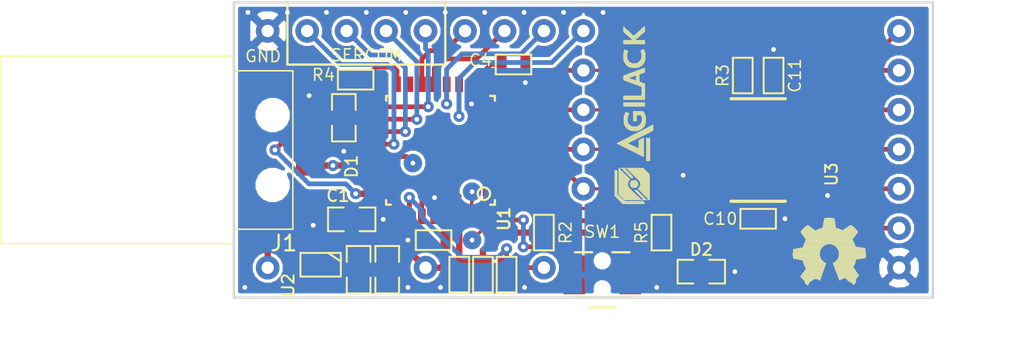
<source format=kicad_pcb>
(kicad_pcb (version 4) (host pcbnew 4.0.2+dfsg1-stable)
  (layers (0 F.Cu signal) (31 B.Cu signal hide) (34 B.Paste user) (35 F.Paste user) (36 B.SilkS user) (37 F.SilkS user) (38 B.Mask user) (39 F.Mask user) (44 Edge.Cuts user))
  (net 0 "")
  (net 1 GND)
  (net 2 "Net-(J1-Pad3)")
  (net 3 "Net-(J1-Pad2)")
  (net 4 "Net-(L1-Pad1)")
  (net 5 "Net-(U2-Pad3)")
  (net 6 "Net-(U1-Pad2)")
  (net 7 "Net-(U1-Pad15)")
  (net 8 "Net-(U1-Pad22)")
  (net 9 "Net-(U1-Pad25)")
  (net 10 +VBus)
  (net 11 +3.3V)
  (net 12 "Net-(C5-Pad1)")
  (net 13 /SWCLK)
  (net 14 /SWDIO)
  (net 15 RESET)
  (net 16 "Net-(P1-Pad1)")
  (net 17 "Net-(P2-Pad1)")
  (net 18 "Net-(P3-Pad1)")
  (net 19 "Net-(P4-Pad1)")
  (net 20 "Net-(P5-Pad1)")
  (net 21 "Net-(P6-Pad1)")
  (net 22 "Net-(P7-Pad1)")
  (net 23 "Net-(P8-Pad1)")
  (net 24 "Net-(EXT_1-Pad1)")
  (net 25 "Net-(EXT_2-Pad1)")
  (net 26 "Net-(EXT_3-Pad1)")
  (net 27 "Net-(EXT_4-Pad1)")
  (net 28 "Net-(EXT_6-Pad1)")
  (net 29 "Net-(U3-Pad12)")
  (net 30 "Net-(U3-Pad13)")
  (net 31 "Net-(U3-Pad14)")
  (net 32 EXT_4)
  (net 33 EXT_3)
  (net 34 EXT_2)
  (net 35 EXT_1)
  (net 36 EXT_5)
  (net 37 "Net-(C11-Pad1)")
  (net 38 BUT)
  (net 39 "Net-(D1-Pad1)")
  (net 40 LED)
  (net 41 "Net-(D2-Pad1)")
  (net 42 LED1)
  (net 43 "Net-(TP7-Pad1)")
  (module cowstick:SMD0805 (layer F.Cu) (at 132.588 88.9635)
    (fp_text reference C1 (at -0.889 -1.524) (layer F.SilkS) (effects (font (size 0.762 0.762) (thickness 0.127))))
    (fp_text value 10uF hide)
    (pad 1 smd rect (at -0.9525 0) (size 0.889 1.397) (layers F.Cu F.Paste F.Mask) (net 10 +VBus))
    (pad 2 smd rect (at 0.9525 0) (size 0.889 1.397) (layers F.Cu F.Paste F.Mask) (net 1 GND))
  )
  (module cowstick:SMD0805 (layer F.Cu) (at 134.874 92.202 270)
    (fp_text reference C2 hide)
    (fp_text value 10uF hide)
    (pad 1 smd rect (at -0.9525 0 270) (size 0.889 1.397) (layers F.Cu F.Paste F.Mask) (net 11 +3.3V))
    (pad 2 smd rect (at 0.9525 0 270) (size 0.889 1.397) (layers F.Cu F.Paste F.Mask) (net 1 GND))
  )
  (module cowstick:SMD0805 (layer F.Cu) (at 133.0325 92.202 90)
    (fp_text reference L1 hide)
    (fp_text value 2,2uH hide)
    (pad 1 smd rect (at -0.9525 0 90) (size 0.889 1.397) (layers F.Cu F.Paste F.Mask) (net 4 "Net-(L1-Pad1)"))
    (pad 2 smd rect (at 0.9525 0 90) (size 0.889 1.397) (layers F.Cu F.Paste F.Mask) (net 11 +3.3V))
  )
  (module cowstick:SOT23-5 (layer F.Cu) (at 130.556 91.8845 180)
    (fp_text reference U2 (at 2.0574 -1.3081 270) (layer F.SilkS) (effects (font (size 0.762 0.762) (thickness 0.127))))
    (fp_text value LM3671 hide)
    (pad 5 smd rect (at -0.9525 -1.27 180) (size 0.70104 1.00076) (layers F.Cu F.Paste F.Mask) (net 4 "Net-(L1-Pad1)"))
    (pad 4 smd rect (at 0.9525 -1.27 180) (size 0.70104 1.00076) (layers F.Cu F.Paste F.Mask) (net 11 +3.3V))
    (pad 3 smd rect (at 0.9525 1.27 180) (size 0.70104 1.00076) (layers F.Cu F.Paste F.Mask) (net 5 "Net-(U2-Pad3)"))
    (pad 2 smd rect (at 0 1.27 180) (size 0.70104 1.00076) (layers F.Cu F.Paste F.Mask) (net 1 GND))
    (pad 1 smd rect (at -0.9525 1.27 180) (size 0.70104 1.00076) (layers F.Cu F.Paste F.Mask) (net 10 +VBus))
  )
  (module cowstick:TQFP32 (layer F.Cu) (at 138.303 84.5185 180)
    (fp_text reference U1 (at -4.0894 -4.4196 270) (layer F.SilkS) (effects (font (size 0.762 0.762))))
    (fp_text value ATSAMD21ExxA-Axx hide)
    (pad 1 smd rect (at -4.25 -2.8 270) (size 0.5 1) (layers F.Cu F.Paste F.Mask) (net 42 LED1))
    (pad 2 smd rect (at -4.25 -2 270) (size 0.5 1) (layers F.Cu F.Paste F.Mask) (net 6 "Net-(U1-Pad2)"))
    (pad 3 smd rect (at -4.25 -1.2 270) (size 0.5 1) (layers F.Cu F.Paste F.Mask) (net 38 BUT))
    (pad 4 smd rect (at -4.25 -0.4 270) (size 0.5 1) (layers F.Cu F.Paste F.Mask) (net 36 EXT_5))
    (pad 5 smd rect (at -4.25 0.4 270) (size 0.5 1) (layers F.Cu F.Paste F.Mask) (net 32 EXT_4))
    (pad 6 smd rect (at -4.25 1.2 270) (size 0.5 1) (layers F.Cu F.Paste F.Mask) (net 33 EXT_3))
    (pad 7 smd rect (at -4.25 2 270) (size 0.5 1) (layers F.Cu F.Paste F.Mask) (net 34 EXT_2))
    (pad 8 smd rect (at -4.25 2.8 270) (size 0.5 1) (layers F.Cu F.Paste F.Mask) (net 35 EXT_1))
    (pad 9 smd rect (at -2.8 4.25 180) (size 0.5 1) (layers F.Cu F.Paste F.Mask) (net 11 +3.3V))
    (pad 10 smd rect (at -2 4.25 180) (size 0.5 1) (layers F.Cu F.Paste F.Mask) (net 1 GND))
    (pad 11 smd rect (at -1.2 4.25 180) (size 0.5 1) (layers F.Cu F.Paste F.Mask) (net 23 "Net-(P8-Pad1)"))
    (pad 12 smd rect (at -0.4 4.25 180) (size 0.5 1) (layers F.Cu F.Paste F.Mask) (net 22 "Net-(P7-Pad1)"))
    (pad 13 smd rect (at 0.4 4.25 180) (size 0.5 1) (layers F.Cu F.Paste F.Mask) (net 21 "Net-(P6-Pad1)"))
    (pad 14 smd rect (at 1.2 4.25 180) (size 0.5 1) (layers F.Cu F.Paste F.Mask) (net 20 "Net-(P5-Pad1)"))
    (pad 15 smd rect (at 2 4.25 180) (size 0.5 1) (layers F.Cu F.Paste F.Mask) (net 7 "Net-(U1-Pad15)"))
    (pad 16 smd rect (at 2.8 4.25 180) (size 0.5 1) (layers F.Cu F.Paste F.Mask) (net 40 LED))
    (pad 17 smd rect (at 4.25 2.8 90) (size 0.5 1) (layers F.Cu F.Paste F.Mask) (net 19 "Net-(P4-Pad1)"))
    (pad 18 smd rect (at 4.25 2 90) (size 0.5 1) (layers F.Cu F.Paste F.Mask) (net 18 "Net-(P3-Pad1)"))
    (pad 19 smd rect (at 4.25 1.2 90) (size 0.5 1) (layers F.Cu F.Paste F.Mask) (net 17 "Net-(P2-Pad1)"))
    (pad 20 smd rect (at 4.25 0.4 90) (size 0.5 1) (layers F.Cu F.Paste F.Mask) (net 16 "Net-(P1-Pad1)"))
    (pad 21 smd rect (at 4.25 -0.4 90) (size 0.5 1) (layers F.Cu F.Paste F.Mask) (net 43 "Net-(TP7-Pad1)"))
    (pad 22 smd rect (at 4.25 -1.2 90) (size 0.5 1) (layers F.Cu F.Paste F.Mask) (net 8 "Net-(U1-Pad22)"))
    (pad 23 smd rect (at 4.25 -2 90) (size 0.5 1) (layers F.Cu F.Paste F.Mask) (net 3 "Net-(J1-Pad2)"))
    (pad 24 smd rect (at 4.25 -2.8 90) (size 0.5 1) (layers F.Cu F.Paste F.Mask) (net 2 "Net-(J1-Pad3)"))
    (pad 25 smd rect (at 2.8 -4.25) (size 0.5 1) (layers F.Cu F.Paste F.Mask) (net 9 "Net-(U1-Pad25)"))
    (pad 26 smd rect (at 2 -4.25) (size 0.5 1) (layers F.Cu F.Paste F.Mask) (net 15 RESET))
    (pad 27 smd rect (at 1.2 -4.25) (size 0.5 1) (layers F.Cu F.Paste F.Mask) (net 11 +3.3V))
    (pad 28 smd rect (at 0.4 -4.25) (size 0.5 1) (layers F.Cu F.Paste F.Mask) (net 1 GND))
    (pad 29 smd rect (at -0.4 -4.25) (size 0.5 1) (layers F.Cu F.Paste F.Mask) (net 12 "Net-(C5-Pad1)"))
    (pad 30 smd rect (at -1.2 -4.25) (size 0.5 1) (layers F.Cu F.Paste F.Mask) (net 11 +3.3V))
    (pad 31 smd rect (at -2 -4.25) (size 0.5 1) (layers F.Cu F.Paste F.Mask) (net 13 /SWCLK))
    (pad 32 smd rect (at -2.8 -4.25) (size 0.5 1) (layers F.Cu F.Paste F.Mask) (net 14 /SWDIO))
  )
  (module cowstick:SMD0603 (layer F.Cu) (at 137.8585 90.297 180)
    (fp_text reference C5 hide)
    (fp_text value 1uF hide)
    (pad 1 smd rect (at -0.762 0 180) (size 0.635 1.143) (layers F.Cu F.Paste F.Mask) (net 12 "Net-(C5-Pad1)"))
    (pad 2 smd rect (at 0.762 0 180) (size 0.635 1.143) (layers F.Cu F.Paste F.Mask) (net 1 GND))
  )
  (module cowstick:TP_SMD (layer B.Cu) (at 140.335 87.1855)
    (fp_text reference TP4 hide)
    (fp_text value CONN_1 hide)
    (pad 1 smd circle (at 0 0) (size 1.19888 1.19888) (layers B.Cu B.Paste B.Mask) (net 13 /SWCLK))
  )
  (module cowstick:TP_SMD (layer B.Cu) (at 140.335 90.297)
    (fp_text reference TP5 hide)
    (fp_text value CONN_1 hide)
    (pad 1 smd circle (at 0 0) (size 1.19888 1.19888) (layers B.Cu B.Paste B.Mask) (net 14 /SWDIO))
  )
  (module cowstick:TP (layer F.Cu) (at 137.34 92.075)
    (fp_text reference TP3 hide)
    (fp_text value CONN_1 hide)
    (pad 1 thru_hole circle (at 0 0) (size 1.524 1.524) (drill 0.8) (layers *.Cu *.Mask) (net 11 +3.3V))
  )
  (module cowstick:SMD0603 (layer F.Cu) (at 139.5095 92.5195 270)
    (fp_text reference C3 hide)
    (fp_text value 100nF hide)
    (pad 1 smd rect (at -0.762 0 270) (size 0.635 1.143) (layers F.Cu F.Paste F.Mask) (net 11 +3.3V))
    (pad 2 smd rect (at 0.762 0 270) (size 0.635 1.143) (layers F.Cu F.Paste F.Mask) (net 1 GND))
  )
  (module cowstick:SMD0603 (layer F.Cu) (at 142.5575 92.5195 270)
    (fp_text reference C6 hide)
    (fp_text value 1uF hide)
    (pad 1 smd rect (at -0.762 0 270) (size 0.635 1.143) (layers F.Cu F.Paste F.Mask) (net 15 RESET))
    (pad 2 smd rect (at 0.762 0 270) (size 0.635 1.143) (layers F.Cu F.Paste F.Mask) (net 1 GND))
  )
  (module cowstick:SMD0603 (layer F.Cu) (at 141.0335 92.5195 270)
    (fp_text reference R1 hide)
    (fp_text value 10k hide)
    (pad 1 smd rect (at -0.762 0 270) (size 0.635 1.143) (layers F.Cu F.Paste F.Mask) (net 11 +3.3V))
    (pad 2 smd rect (at 0.762 0 270) (size 0.635 1.143) (layers F.Cu F.Paste F.Mask) (net 15 RESET))
  )
  (module cowstick:TP (layer F.Cu) (at 127.18 92.075)
    (fp_text reference TP2 hide)
    (fp_text value CONN_1 hide)
    (pad 1 thru_hole circle (at 0 0) (size 1.524 1.524) (drill 0.8) (layers *.Cu *.Mask) (net 10 +VBus))
  )
  (module cowstick:TP (layer F.Cu) (at 127.18 76.835)
    (fp_text reference TP1 hide)
    (fp_text value CONN_1 hide)
    (pad 1 thru_hole circle (at 0 0) (size 1.524 1.524) (drill 0.8) (layers *.Cu *.Mask) (net 1 GND))
  )
  (module cowstick:TP (layer F.Cu) (at 144.96 92.075)
    (fp_text reference TP6 hide)
    (fp_text value CONN_1 hide)
    (pad 1 thru_hole circle (at 0 0) (size 1.524 1.524) (drill 0.8) (layers *.Cu *.Mask) (net 15 RESET))
  )
  (module cowstick:TP (layer F.Cu) (at 132.26 76.835)
    (fp_text reference P2 hide)
    (fp_text value CONN_1 hide)
    (pad 1 thru_hole circle (at 0 0) (size 1.524 1.524) (drill 0.8) (layers *.Cu *.Mask) (net 17 "Net-(P2-Pad1)"))
  )
  (module cowstick:TP (layer F.Cu) (at 129.72 76.835)
    (fp_text reference P1 hide)
    (fp_text value CONN_1 hide)
    (pad 1 thru_hole circle (at 0 0) (size 1.524 1.524) (drill 0.8) (layers *.Cu *.Mask) (net 16 "Net-(P1-Pad1)"))
  )
  (module cowstick:TP (layer F.Cu) (at 134.8 76.835)
    (fp_text reference P3 hide)
    (fp_text value CONN_1 hide)
    (pad 1 thru_hole circle (at 0 0) (size 1.524 1.524) (drill 0.8) (layers *.Cu *.Mask) (net 18 "Net-(P3-Pad1)"))
  )
  (module cowstick:TP (layer F.Cu) (at 137.34 76.835)
    (fp_text reference P4 hide)
    (fp_text value CONN_1 hide)
    (pad 1 thru_hole circle (at 0 0) (size 1.524 1.524) (drill 0.8) (layers *.Cu *.Mask) (net 19 "Net-(P4-Pad1)"))
  )
  (module cowstick:TP (layer F.Cu) (at 144.96 76.835)
    (fp_text reference P7 hide)
    (fp_text value CONN_1 hide)
    (pad 1 thru_hole circle (at 0 0) (size 1.524 1.524) (drill 0.8) (layers *.Cu *.Mask) (net 22 "Net-(P7-Pad1)"))
  )
  (module cowstick:TP (layer F.Cu) (at 147.5 76.835)
    (fp_text reference P8 hide)
    (fp_text value CONN_1 hide)
    (pad 1 thru_hole circle (at 0 0) (size 1.524 1.524) (drill 0.8) (layers *.Cu *.Mask) (net 23 "Net-(P8-Pad1)"))
  )
  (module cowstick:TP (layer F.Cu) (at 142.42 76.835)
    (fp_text reference P6 hide)
    (fp_text value CONN_1 hide)
    (pad 1 thru_hole circle (at 0 0) (size 1.524 1.524) (drill 0.8) (layers *.Cu *.Mask) (net 21 "Net-(P6-Pad1)"))
  )
  (module cowstick:TP (layer F.Cu) (at 139.88 76.835)
    (fp_text reference P5 hide)
    (fp_text value CONN_1 hide)
    (pad 1 thru_hole circle (at 0 0) (size 1.524 1.524) (drill 0.8) (layers *.Cu *.Mask) (net 20 "Net-(P5-Pad1)"))
  )
  (module cowstick:TP (layer F.Cu) (at 147.5 79.375)
    (fp_text reference P9 hide)
    (fp_text value CONN_1 hide)
    (pad 1 thru_hole circle (at 0 0) (size 1.524 1.524) (drill 0.8) (layers *.Cu *.Mask) (net 35 EXT_1))
  )
  (module cowstick:TP (layer F.Cu) (at 147.5 81.915)
    (fp_text reference P10 hide)
    (fp_text value CONN_1 hide)
    (pad 1 thru_hole circle (at 0 0) (size 1.524 1.524) (drill 0.8) (layers *.Cu *.Mask) (net 34 EXT_2))
  )
  (module cowstick:TP (layer F.Cu) (at 147.5 84.455)
    (fp_text reference P11 hide)
    (fp_text value CONN_1 hide)
    (pad 1 thru_hole circle (at 0 0) (size 1.524 1.524) (drill 0.8) (layers *.Cu *.Mask) (net 33 EXT_3))
  )
  (module cowstick:TP (layer F.Cu) (at 147.5 86.995)
    (fp_text reference P12 hide)
    (fp_text value CONN_1 hide)
    (pad 1 thru_hole circle (at 0 0) (size 1.524 1.524) (drill 0.8) (layers *.Cu *.Mask) (net 32 EXT_4))
  )
  (module cowstick:SMD0603 (layer F.Cu) (at 143.002 78.994)
    (fp_text reference C4 (at -2.1209 -0.2667) (layer F.SilkS) (effects (font (size 0.762 0.762) (thickness 0.1016))))
    (fp_text value 100nF hide)
    (pad 1 smd rect (at -0.762 0) (size 0.635 1.143) (layers F.Cu F.Paste F.Mask) (net 11 +3.3V))
    (pad 2 smd rect (at 0.762 0) (size 0.635 1.143) (layers F.Cu F.Paste F.Mask) (net 1 GND))
  )
  (module cowstick:TP (layer F.Cu) (at 167.82 76.835)
    (fp_text reference EXT_PWR0 hide)
    (fp_text value CONN_1 hide)
    (pad 1 thru_hole circle (at 0 0) (size 1.524 1.524) (drill 0.8) (layers *.Cu *.Mask) (net 37 "Net-(C11-Pad1)"))
  )
  (module cowstick:TP (layer F.Cu) (at 167.82 79.375)
    (fp_text reference EXT_1 hide)
    (fp_text value CONN_1 hide)
    (pad 1 thru_hole circle (at 0 0) (size 1.524 1.524) (drill 0.8) (layers *.Cu *.Mask) (net 24 "Net-(EXT_1-Pad1)"))
  )
  (module cowstick:TP (layer F.Cu) (at 167.82 81.915)
    (fp_text reference EXT_2 hide)
    (fp_text value CONN_1 hide)
    (pad 1 thru_hole circle (at 0 0) (size 1.524 1.524) (drill 0.8) (layers *.Cu *.Mask) (net 25 "Net-(EXT_2-Pad1)"))
  )
  (module cowstick:TP (layer F.Cu) (at 167.82 84.455)
    (fp_text reference EXT_3 hide)
    (fp_text value CONN_1 hide)
    (pad 1 thru_hole circle (at 0 0) (size 1.524 1.524) (drill 0.8) (layers *.Cu *.Mask) (net 26 "Net-(EXT_3-Pad1)"))
  )
  (module cowstick:TP (layer F.Cu) (at 167.82 86.995)
    (fp_text reference EXT_4 hide)
    (fp_text value CONN_1 hide)
    (pad 1 thru_hole circle (at 0 0) (size 1.524 1.524) (drill 0.8) (layers *.Cu *.Mask) (net 27 "Net-(EXT_4-Pad1)"))
  )
  (module cowstick:TP (layer F.Cu) (at 167.82 89.535)
    (fp_text reference EXT_6 hide)
    (fp_text value CONN_1 hide)
    (pad 1 thru_hole circle (at 0 0) (size 1.524 1.524) (drill 0.8) (layers *.Cu *.Mask) (net 28 "Net-(EXT_6-Pad1)"))
  )
  (module cowstick:TSSOP20 (layer F.Cu) (at 158.75 84.5 270)
    (fp_text reference U3 (at 1.5679 -4.72186 450) (layer F.SilkS) (effects (font (size 0.762 0.762) (thickness 0.12446))))
    (fp_text value TXS0108E-PW hide)
    (pad 2 smd rect (at -2.275 2.96926 270) (size 0.3048 1.78054) (layers F.Cu F.Paste F.Mask) (net 11 +3.3V))
    (pad 3 smd rect (at -1.625 2.96926 270) (size 0.3048 1.78054) (layers F.Cu F.Paste F.Mask) (net 34 EXT_2))
    (pad 4 smd rect (at -0.975 2.96926 270) (size 0.3048 1.78054) (layers F.Cu F.Paste F.Mask) (net 33 EXT_3))
    (pad 5 smd rect (at -0.325 2.96926 270) (size 0.3048 1.78054) (layers F.Cu F.Paste F.Mask) (net 32 EXT_4))
    (pad 6 smd rect (at 0.325 2.96926 270) (size 0.3048 1.78054) (layers F.Cu F.Paste F.Mask) (net 36 EXT_5))
    (pad 7 smd rect (at 0.975 2.96926 270) (size 0.3048 1.78054) (layers F.Cu F.Paste F.Mask) (net 1 GND))
    (pad 8 smd rect (at 1.625 2.96926 270) (size 0.3048 1.78054) (layers F.Cu F.Paste F.Mask) (net 1 GND))
    (pad 9 smd rect (at 2.275 2.96926 270) (size 0.3048 1.78054) (layers F.Cu F.Paste F.Mask) (net 1 GND))
    (pad 12 smd rect (at 2.275 -2.96926 270) (size 0.29972 1.78054) (layers F.Cu F.Paste F.Mask) (net 29 "Net-(U3-Pad12)"))
    (pad 13 smd rect (at 1.625 -2.96926 270) (size 0.29972 1.78054) (layers F.Cu F.Paste F.Mask) (net 30 "Net-(U3-Pad13)"))
    (pad 14 smd rect (at 0.975 -2.96926 270) (size 0.29972 1.78054) (layers F.Cu F.Paste F.Mask) (net 31 "Net-(U3-Pad14)"))
    (pad 15 smd rect (at 0.325 -2.96926 270) (size 0.29972 1.78054) (layers F.Cu F.Paste F.Mask) (net 28 "Net-(EXT_6-Pad1)"))
    (pad 16 smd rect (at -0.325 -2.96926 270) (size 0.29972 1.78054) (layers F.Cu F.Paste F.Mask) (net 27 "Net-(EXT_4-Pad1)"))
    (pad 17 smd rect (at -0.975 -2.96926 270) (size 0.29972 1.78054) (layers F.Cu F.Paste F.Mask) (net 26 "Net-(EXT_3-Pad1)"))
    (pad 18 smd rect (at -1.625 -2.96926 270) (size 0.29972 1.78054) (layers F.Cu F.Paste F.Mask) (net 25 "Net-(EXT_2-Pad1)"))
    (pad 19 smd rect (at -2.275 -2.96926 270) (size 0.29972 1.78054) (layers F.Cu F.Paste F.Mask) (net 37 "Net-(C11-Pad1)"))
    (pad 1 smd rect (at -2.925 2.9718 270) (size 0.3048 1.78054) (layers F.Cu F.Paste F.Mask) (net 35 EXT_1))
    (pad 10 smd rect (at 2.925 2.9718 270) (size 0.3048 1.78054) (layers F.Cu F.Paste F.Mask) (net 11 +3.3V))
    (pad 11 smd rect (at 2.925 -2.96926 270) (size 0.3048 1.78054) (layers F.Cu F.Paste F.Mask) (net 1 GND))
    (pad 20 smd rect (at -2.925 -2.96926 270) (size 0.29972 1.78054) (layers F.Cu F.Paste F.Mask) (net 24 "Net-(EXT_1-Pad1)"))
  )
  (module cowstick:TP (layer F.Cu) (at 167.82 92.075)
    (fp_text reference EXT_7 hide)
    (fp_text value CONN_1 hide)
    (pad 1 thru_hole circle (at 0 0) (size 1.524 1.524) (drill 0.8) (layers *.Cu *.Mask) (net 1 GND))
  )
  (module cowstick:SMD0603 (layer F.Cu) (at 157.7594 79.7052 90)
    (fp_text reference R3 (at 0 -1.2954 90) (layer F.SilkS) (effects (font (size 0.762 0.762) (thickness 0.1016))))
    (fp_text value 0 hide)
    (pad 1 smd rect (at -0.762 0 90) (size 0.635 1.143) (layers F.Cu F.Paste F.Mask) (net 11 +3.3V))
    (pad 2 smd rect (at 0.762 0 90) (size 0.635 1.143) (layers F.Cu F.Paste F.Mask) (net 37 "Net-(C11-Pad1)"))
  )
  (module cowstick:SMD0603 (layer F.Cu) (at 158.75 88.9254)
    (fp_text reference C10 (at -2.4384 0) (layer F.SilkS) (effects (font (size 0.762 0.762) (thickness 0.1016))))
    (fp_text value 100nF hide)
    (pad 1 smd rect (at -0.762 0) (size 0.635 1.143) (layers F.Cu F.Paste F.Mask) (net 11 +3.3V))
    (pad 2 smd rect (at 0.762 0) (size 0.635 1.143) (layers F.Cu F.Paste F.Mask) (net 1 GND))
  )
  (module cowstick:SMD0603 (layer F.Cu) (at 159.7406 79.7052 90)
    (fp_text reference C11 (at 0 1.3716 90) (layer F.SilkS) (effects (font (size 0.762 0.762) (thickness 0.1016))))
    (fp_text value C hide)
    (pad 1 smd rect (at -0.762 0 90) (size 0.635 1.143) (layers F.Cu F.Paste F.Mask) (net 37 "Net-(C11-Pad1)"))
    (pad 2 smd rect (at 0.762 0 90) (size 0.635 1.143) (layers F.Cu F.Paste F.Mask) (net 1 GND))
  )
  (module cowstick:SMD0603 (layer F.Cu) (at 144.9578 89.8144 270)
    (fp_text reference R2 (at 0 -1.397 270) (layer F.SilkS) (effects (font (size 0.762 0.762) (thickness 0.1016))))
    (fp_text value 10k hide)
    (pad 1 smd rect (at -0.762 0 270) (size 0.635 1.143) (layers F.Cu F.Paste F.Mask) (net 11 +3.3V))
    (pad 2 smd rect (at 0.762 0 270) (size 0.635 1.143) (layers F.Cu F.Paste F.Mask) (net 38 BUT))
  )
  (module cowstick:SMD0805 (layer F.Cu) (at 155.0924 92.329)
    (fp_text reference D2 (at 0 -1.4224) (layer F.SilkS) (effects (font (size 0.762 0.762) (thickness 0.127))))
    (fp_text value LED hide)
    (pad 1 smd rect (at -0.9525 0) (size 0.889 1.397) (layers F.Cu F.Paste F.Mask) (net 41 "Net-(D2-Pad1)"))
    (pad 2 smd rect (at 0.9525 0) (size 0.889 1.397) (layers F.Cu F.Paste F.Mask) (net 1 GND))
  )
  (module cowstick:SMD0603 (layer F.Cu) (at 152.527 89.8144 90)
    (fp_text reference R5 (at 0 -1.2954 90) (layer F.SilkS) (effects (font (size 0.762 0.762) (thickness 0.1016))))
    (fp_text value 1k hide)
    (pad 1 smd rect (at -0.762 0 90) (size 0.635 1.143) (layers F.Cu F.Paste F.Mask) (net 41 "Net-(D2-Pad1)"))
    (pad 2 smd rect (at 0.762 0 90) (size 0.635 1.143) (layers F.Cu F.Paste F.Mask) (net 42 LED1))
  )
  (module cowstick-logos:ohw-logo (layer F.Cu) (at 159.50946 87.95512)
    (fp_text reference ohw_logo hide)
    (fp_text value VAL** hide)
  )
  (module cowstick-logos:agilack-11.5 (layer F.Cu) (at 150.7998 81.8388 90)
    (fp_text reference agilack-11.5 hide)
    (fp_text value 450px hide)
  )
  (module cowstick:CONN_MC32604 (layer F.Cu) (at 127.5 84.5)
    (fp_text reference J1 (at 0.7192 6.0002) (layer F.SilkS))
    (fp_text value CONN_USB-A)
    (pad "" np_thru_hole circle (at 0 -2.25) (size 1.8 1.8) (drill 1.8) (layers *.Cu *.Mask))
    (pad "" np_thru_hole circle (at 0 2.25) (size 1.8 1.8) (drill 1.8) (layers *.Cu *.Mask))
    (pad 4 smd rect (at 2.35 -3.5) (size 1.7 1.3) (layers F.Cu F.Paste F.Mask) (net 1 GND))
    (pad 3 smd rect (at 2.35 -1) (size 1.7 1.3) (layers F.Cu F.Paste F.Mask) (net 2 "Net-(J1-Pad3)"))
    (pad 2 smd rect (at 2.35 1) (size 1.7 1.3) (layers F.Cu F.Paste F.Mask) (net 3 "Net-(J1-Pad2)"))
    (pad 1 smd rect (at 2.35 3.5) (size 1.7 1.3) (layers F.Cu F.Paste F.Mask) (net 10 +VBus))
  )
  (module cowstick:SMD0805 (layer F.Cu) (at 132.08 82.423 270)
    (fp_text reference D1 (at 3.1369 -0.4953 270) (layer F.SilkS) (effects (font (size 0.762 0.762) (thickness 0.127))))
    (fp_text value LED hide)
    (pad 1 smd rect (at -0.9525 0 270) (size 0.889 1.397) (layers F.Cu F.Paste F.Mask) (net 39 "Net-(D1-Pad1)"))
    (pad 2 smd rect (at 0.9525 0 270) (size 0.889 1.397) (layers F.Cu F.Paste F.Mask) (net 1 GND))
  )
  (module cowstick:SMD0603 (layer F.Cu) (at 132.842 79.9719)
    (fp_text reference R4 (at -2.0701 -0.3048) (layer F.SilkS) (effects (font (size 0.762 0.762) (thickness 0.1016))))
    (fp_text value 1k hide)
    (pad 1 smd rect (at -0.762 0) (size 0.635 1.143) (layers F.Cu F.Paste F.Mask) (net 39 "Net-(D1-Pad1)"))
    (pad 2 smd rect (at 0.762 0) (size 0.635 1.143) (layers F.Cu F.Paste F.Mask) (net 40 LED))
  )
  (module cowstick:TP_SMD (layer B.Cu) (at 136.525 85.344)
    (fp_text reference TP7 hide)
    (fp_text value CONN_1 hide)
    (pad 1 smd circle (at 0 0) (size 1.19888 1.19888) (layers B.Cu B.Paste B.Mask) (net 43 "Net-(TP7-Pad1)"))
  )
  (module cowstick:SW_PTS840 (layer F.Cu) (at 148.717 92.5322)
    (fp_text reference SW1 (at 0 -2.7686) (layer F.SilkS) (effects (font (size 0.762 0.762) (thickness 0.1016))))
    (fp_text value SW_PUSH hide)
    (pad 1 smd rect (at -1.8 -0.725) (size 1.4 1.05) (layers F.Cu F.Paste F.Mask) (net 38 BUT))
    (pad 1 smd rect (at 1.8 -0.725) (size 1.4 1.05) (layers F.Cu F.Paste F.Mask) (net 38 BUT))
    (pad 2 smd rect (at -1.8 0.725) (size 1.4 1.05) (layers F.Cu F.Paste F.Mask) (net 1 GND))
    (pad 2 smd rect (at 1.8 0.725) (size 1.4 1.05) (layers F.Cu F.Paste F.Mask) (net 1 GND))
    (pad SHLD smd rect (at 0 -1.7) (size 1.1 0.45) (layers F.Cu F.Paste F.Mask))
    (pad "" np_thru_hole circle (at 0 0.9) (size 0.7 0.7) (drill 0.7) (layers *.Cu *.Mask))
    (pad "" np_thru_hole circle (at 0 -0.9) (size 0.7 0.7) (drill 0.7) (layers *.Cu *.Mask))
  )
  (gr_text "Agilack 2017 CC-by-SA" (at 156.5148 75.7936) (layer F.Cu) (effects (font (size 0.762 0.762) (thickness 0.1016))))
  (gr_text "Cowstick r 0.1" (at 156.5148 77.0128) (layer F.Cu) (effects (font (size 0.762 0.762) (thickness 0.1016))))
  (gr_text VREF (at 164.8714 77.3684) (layer F.Cu) (effects (font (size 1 1) (thickness 0.25))))
  (gr_text GND (at 126.8857 78.4606) (layer F.SilkS) (effects (font (size 0.762 0.762) (thickness 0.1016))))
  (gr_line (start 128.45 79) (end 138.61 79) (angle 90) (layer F.SilkS) (width 0.1524))
  (gr_text SERCOM (at 133.53 78.4) (layer F.SilkS) (effects (font (size 0.762 0.762) (thickness 0.1016))))
  (gr_line (start 138.61 75) (end 138.61 79) (angle 90) (layer F.SilkS) (width 0.1524))
  (gr_line (start 128.45 75) (end 128.45 79) (angle 90) (layer F.SilkS) (width 0.1524))
  (gr_line (start 125 94) (end 125 75) (angle 90) (layer Edge.Cuts) (width 0.15))
  (gr_line (start 170 94) (end 125 94) (angle 90) (layer Edge.Cuts) (width 0.15))
  (gr_line (start 170 75) (end 170 94) (angle 90) (layer Edge.Cuts) (width 0.15))
  (gr_line (start 125 75) (end 170 75) (angle 90) (layer Edge.Cuts) (width 0.15))
  (segment (start 143.7132 93.345) (end 146.8292 93.345) (width 0.4064) (layer F.Cu) (net 1))
  (segment (start 146.8292 93.345) (end 146.917 93.2572) (width 0.4064) (layer F.Cu) (net 1))
  (segment (start 149.3774 92.7608) (end 148.1582 92.7608) (width 0.2032) (layer F.Cu) (net 1))
  (segment (start 149.3774 92.7608) (end 149.4536 92.837) (width 0.2032) (layer F.Cu) (net 1))
  (segment (start 150.0968 92.837) (end 149.4536 92.837) (width 0.2032) (layer F.Cu) (net 1))
  (segment (start 148.082 92.837) (end 147.3372 92.837) (width 0.2032) (layer F.Cu) (net 1))
  (segment (start 148.1582 92.7608) (end 148.082 92.837) (width 0.2032) (layer F.Cu) (net 1))
  (segment (start 147.3372 92.837) (end 146.917 93.2572) (width 0.2032) (layer F.Cu) (net 1))
  (segment (start 150.0968 92.837) (end 150.517 93.2572) (width 0.2032) (layer F.Cu) (net 1))
  (segment (start 152.2222 93.345) (end 151.0284 93.345) (width 0.4064) (layer B.Cu) (net 1))
  (segment (start 145.9103 93.345) (end 143.7132 93.345) (width 0.4064) (layer B.Cu) (net 1))
  (segment (start 146.7231 92.5322) (end 145.9103 93.345) (width 0.4064) (layer B.Cu) (net 1))
  (segment (start 150.2156 92.5322) (end 146.7231 92.5322) (width 0.4064) (layer B.Cu) (net 1))
  (segment (start 151.0284 93.345) (end 150.2156 92.5322) (width 0.4064) (layer B.Cu) (net 1))
  (segment (start 125.9078 75.6412) (end 125.9078 78.4098) (width 0.3048) (layer B.Cu) (net 1))
  (segment (start 126.3904 75.6412) (end 126.5555 75.4761) (width 0.2032) (layer B.Cu) (net 1))
  (segment (start 126.5555 75.4761) (end 127.8001 75.4761) (width 0.2032) (layer B.Cu) (net 1))
  (segment (start 127.9652 75.6412) (end 127.8001 75.4761) (width 0.2032) (layer B.Cu) (net 1))
  (segment (start 128.4478 75.6412) (end 127.9652 75.6412) (width 0.2032) (layer B.Cu) (net 1))
  (via (at 128.4478 75.6412) (size 0.7112) (drill 0.3048) (layers F.Cu B.Cu) (net 1))
  (via (at 125.9078 75.6412) (size 0.7112) (drill 0.3048) (layers F.Cu B.Cu) (net 1))
  (segment (start 125.9078 75.6412) (end 126.3904 75.6412) (width 0.2032) (layer B.Cu) (net 1))
  (segment (start 125.7046 78.613) (end 125.7046 79.4004) (width 0.3048) (layer B.Cu) (net 1))
  (segment (start 125.9078 78.4098) (end 125.7046 78.613) (width 0.3048) (layer B.Cu) (net 1))
  (segment (start 128.4478 75.6412) (end 128.4478 77.343) (width 0.2032) (layer B.Cu) (net 1))
  (segment (start 129.85 78.7452) (end 129.85 81) (width 0.2032) (layer B.Cu) (net 1))
  (segment (start 128.4478 77.343) (end 129.85 78.7452) (width 0.2032) (layer B.Cu) (net 1))
  (segment (start 128.9304 75.6412) (end 129.0955 75.4761) (width 0.2032) (layer B.Cu) (net 1))
  (segment (start 129.0955 75.4761) (end 130.3147 75.4761) (width 0.2032) (layer B.Cu) (net 1))
  (segment (start 148.2852 75.6412) (end 148.7678 75.6412) (width 0.2032) (layer B.Cu) (net 1))
  (via (at 148.7678 75.6412) (size 0.7112) (drill 0.3048) (layers F.Cu B.Cu) (net 1))
  (segment (start 146.2278 75.6412) (end 146.7104 75.6412) (width 0.2032) (layer B.Cu) (net 1))
  (segment (start 145.7452 75.6412) (end 145.5801 75.4761) (width 0.2032) (layer B.Cu) (net 1))
  (segment (start 145.5801 75.4761) (end 144.3355 75.4761) (width 0.2032) (layer B.Cu) (net 1))
  (segment (start 144.1704 75.6412) (end 144.3355 75.4761) (width 0.2032) (layer B.Cu) (net 1))
  (segment (start 143.6878 75.6412) (end 143.2052 75.6412) (width 0.2032) (layer B.Cu) (net 1))
  (via (at 143.6878 75.6412) (size 0.7112) (drill 0.3048) (layers F.Cu B.Cu) (net 1))
  (segment (start 141.1478 75.6412) (end 141.6304 75.6412) (width 0.2032) (layer B.Cu) (net 1))
  (segment (start 140.6652 75.6412) (end 140.5001 75.4761) (width 0.2032) (layer B.Cu) (net 1))
  (segment (start 140.5001 75.4761) (end 139.2555 75.4761) (width 0.2032) (layer B.Cu) (net 1))
  (segment (start 139.0904 75.6412) (end 139.2555 75.4761) (width 0.2032) (layer B.Cu) (net 1))
  (segment (start 138.6078 75.6412) (end 138.1252 75.6412) (width 0.2032) (layer B.Cu) (net 1))
  (via (at 138.6078 75.6412) (size 0.7112) (drill 0.3048) (layers F.Cu B.Cu) (net 1))
  (segment (start 136.0678 75.6412) (end 136.5504 75.6412) (width 0.2032) (layer B.Cu) (net 1))
  (segment (start 135.5852 75.6412) (end 135.4201 75.4761) (width 0.2032) (layer B.Cu) (net 1))
  (segment (start 135.4201 75.4761) (end 134.1755 75.4761) (width 0.2032) (layer B.Cu) (net 1))
  (segment (start 134.0104 75.6412) (end 134.1755 75.4761) (width 0.2032) (layer B.Cu) (net 1))
  (segment (start 133.5278 75.6412) (end 133.0452 75.6412) (width 0.2032) (layer B.Cu) (net 1))
  (via (at 133.5278 75.6412) (size 0.7112) (drill 0.3048) (layers F.Cu B.Cu) (net 1))
  (segment (start 130.9624 75.6412) (end 131.445 75.6412) (width 0.2032) (layer B.Cu) (net 1))
  (segment (start 130.4798 75.6412) (end 130.3147 75.4761) (width 0.2032) (layer B.Cu) (net 1))
  (via (at 130.9624 75.6412) (size 0.7112) (drill 0.3048) (layers F.Cu B.Cu) (net 1))
  (segment (start 130.9624 75.6412) (end 130.4798 75.6412) (width 0.2032) (layer B.Cu) (net 1))
  (segment (start 131.445 75.6412) (end 131.6101 75.4761) (width 0.2032) (layer B.Cu) (net 1))
  (segment (start 132.8801 75.4761) (end 131.6101 75.4761) (width 0.2032) (layer B.Cu) (net 1))
  (segment (start 133.0452 75.6412) (end 132.8801 75.4761) (width 0.2032) (layer B.Cu) (net 1))
  (segment (start 133.5278 75.6412) (end 134.0104 75.6412) (width 0.2032) (layer B.Cu) (net 1))
  (via (at 136.0678 75.6412) (size 0.7112) (drill 0.3048) (layers F.Cu B.Cu) (net 1))
  (segment (start 136.0678 75.6412) (end 135.5852 75.6412) (width 0.2032) (layer B.Cu) (net 1))
  (segment (start 136.5504 75.6412) (end 136.7155 75.4761) (width 0.2032) (layer B.Cu) (net 1))
  (segment (start 137.9601 75.4761) (end 136.7155 75.4761) (width 0.2032) (layer B.Cu) (net 1))
  (segment (start 138.1252 75.6412) (end 137.9601 75.4761) (width 0.2032) (layer B.Cu) (net 1))
  (segment (start 138.6078 75.6412) (end 139.0904 75.6412) (width 0.2032) (layer B.Cu) (net 1))
  (via (at 141.1478 75.6412) (size 0.7112) (drill 0.3048) (layers F.Cu B.Cu) (net 1))
  (segment (start 141.1478 75.6412) (end 140.6652 75.6412) (width 0.2032) (layer B.Cu) (net 1))
  (segment (start 141.6304 75.6412) (end 141.7955 75.4761) (width 0.2032) (layer B.Cu) (net 1))
  (segment (start 143.0401 75.4761) (end 141.7955 75.4761) (width 0.2032) (layer B.Cu) (net 1))
  (segment (start 143.2052 75.6412) (end 143.0401 75.4761) (width 0.2032) (layer B.Cu) (net 1))
  (segment (start 143.6878 75.6412) (end 144.1704 75.6412) (width 0.2032) (layer B.Cu) (net 1))
  (via (at 146.2278 75.6412) (size 0.7112) (drill 0.3048) (layers F.Cu B.Cu) (net 1))
  (segment (start 146.2278 75.6412) (end 145.7452 75.6412) (width 0.2032) (layer B.Cu) (net 1))
  (segment (start 146.7104 75.6412) (end 146.8755 75.4761) (width 0.2032) (layer B.Cu) (net 1))
  (segment (start 148.1201 75.4761) (end 147.7264 75.4761) (width 0.2032) (layer B.Cu) (net 1))
  (segment (start 147.2692 75.4761) (end 146.8755 75.4761) (width 0.2032) (layer B.Cu) (net 1))
  (segment (start 148.2852 75.6412) (end 148.1201 75.4761) (width 0.2032) (layer B.Cu) (net 1))
  (segment (start 147.2692 75.4761) (end 147.7264 75.4761) (width 0.4064) (layer B.Cu) (net 1))
  (segment (start 128.4478 75.6412) (end 128.9304 75.6412) (width 0.2032) (layer B.Cu) (net 1))
  (segment (start 159.7406 78.0288) (end 151.32304 78.0288) (width 0.3048) (layer B.Cu) (net 1))
  (segment (start 159.7406 78.9432) (end 159.7406 78.0288) (width 0.3048) (layer F.Cu) (net 1))
  (via (at 159.7406 78.0288) (size 0.7112) (drill 0.3048) (layers F.Cu B.Cu) (net 1))
  (segment (start 132.08 84.582) (end 133.1087 84.582) (width 0.3048) (layer B.Cu) (net 1))
  (via (at 132.08 84.582) (size 0.7112) (drill 0.3048) (layers F.Cu B.Cu) (net 1))
  (segment (start 132.08 83.3755) (end 132.08 84.582) (width 0.3048) (layer F.Cu) (net 1))
  (segment (start 133.3373 84.8106) (end 134.0612 84.8106) (width 0.3048) (layer B.Cu) (net 1))
  (segment (start 133.1087 84.582) (end 133.3373 84.8106) (width 0.3048) (layer B.Cu) (net 1))
  (segment (start 125.7046 79.4004) (end 128.2504 79.4004) (width 0.4064) (layer B.Cu) (net 1))
  (segment (start 128.2504 79.4004) (end 129.85 81) (width 0.4064) (layer B.Cu) (net 1))
  (segment (start 130.1115 89.3445) (end 125.7046 89.3445) (width 0.4064) (layer B.Cu) (net 1))
  (segment (start 125.7046 93.345) (end 125.7046 89.3445) (width 0.4064) (layer B.Cu) (net 1))
  (via (at 125.7046 93.345) (size 0.7112) (drill 0.3048) (layers F.Cu B.Cu) (net 1))
  (segment (start 125.7046 89.3445) (end 125.7046 79.4004) (width 0.4064) (layer B.Cu) (net 1))
  (segment (start 140.2969 81.534) (end 140.2969 83.5279) (width 0.4064) (layer B.Cu) (net 1))
  (segment (start 140.2969 83.5279) (end 137.0838 86.741) (width 0.4064) (layer B.Cu) (net 1))
  (segment (start 129.85 81) (end 131.165 81) (width 0.4064) (layer B.Cu) (net 1))
  (segment (start 134.0612 83.8962) (end 134.0612 84.8106) (width 0.4064) (layer B.Cu) (net 1))
  (segment (start 131.165 81) (end 134.0612 83.8962) (width 0.4064) (layer B.Cu) (net 1))
  (segment (start 134.0612 84.8106) (end 134.0612 84.836) (width 0.4064) (layer B.Cu) (net 1))
  (segment (start 134.0612 84.836) (end 135.9662 86.741) (width 0.4064) (layer B.Cu) (net 1))
  (segment (start 153.924 86.1314) (end 153.924 91.6432) (width 0.4064) (layer B.Cu) (net 1))
  (via (at 153.924 86.1314) (size 0.7112) (drill 0.3048) (layers F.Cu B.Cu) (net 1))
  (segment (start 153.924 91.6432) (end 152.2222 93.345) (width 0.4064) (layer B.Cu) (net 1))
  (segment (start 157.2514 92.329) (end 157.2514 93.345) (width 0.4064) (layer B.Cu) (net 1))
  (segment (start 157.2514 92.329) (end 158.0388 92.329) (width 0.4064) (layer B.Cu) (net 1))
  (segment (start 160.4772 88.9254) (end 160.4772 89.8906) (width 0.4064) (layer B.Cu) (net 1))
  (via (at 157.2514 92.329) (size 0.7112) (drill 0.3048) (layers F.Cu B.Cu) (net 1))
  (segment (start 157.2514 92.329) (end 156.0449 92.329) (width 0.3048) (layer F.Cu) (net 1))
  (segment (start 158.0388 92.329) (end 160.4772 89.8906) (width 0.4064) (layer B.Cu) (net 1))
  (segment (start 163.2204 87.4268) (end 163.2204 88.3158) (width 0.2032) (layer B.Cu) (net 1))
  (segment (start 162.8394 87.4268) (end 162.8376 87.425) (width 0.2032) (layer F.Cu) (net 1))
  (segment (start 161.71926 87.425) (end 162.8376 87.425) (width 0.2032) (layer F.Cu) (net 1))
  (via (at 163.2204 87.4268) (size 0.7112) (drill 0.3048) (layers F.Cu B.Cu) (net 1))
  (segment (start 163.2204 87.4268) (end 162.8394 87.4268) (width 0.2032) (layer F.Cu) (net 1))
  (segment (start 162.6108 88.9254) (end 160.4772 88.9254) (width 0.2032) (layer B.Cu) (net 1))
  (segment (start 163.2204 88.3158) (end 162.6108 88.9254) (width 0.2032) (layer B.Cu) (net 1))
  (segment (start 152.2222 93.345) (end 157.2514 93.345) (width 0.4064) (layer B.Cu) (net 1))
  (segment (start 157.2514 93.345) (end 166.55 93.345) (width 0.4064) (layer B.Cu) (net 1))
  (segment (start 166.55 93.345) (end 167.82 92.075) (width 0.4064) (layer B.Cu) (net 1))
  (segment (start 152.2222 93.345) (end 150.6048 93.345) (width 0.4064) (layer F.Cu) (net 1))
  (via (at 152.2222 93.345) (size 0.7112) (drill 0.3048) (layers F.Cu B.Cu) (net 1))
  (segment (start 150.6048 93.345) (end 150.517 93.2572) (width 0.4064) (layer F.Cu) (net 1))
  (segment (start 160.4772 88.9254) (end 159.512 88.9254) (width 0.4064) (layer F.Cu) (net 1))
  (via (at 160.4772 88.9254) (size 0.7112) (drill 0.3048) (layers F.Cu B.Cu) (net 1))
  (segment (start 155.78074 86.775) (end 154.5676 86.775) (width 0.2032) (layer F.Cu) (net 1))
  (segment (start 154.5676 86.775) (end 153.924 86.1314) (width 0.2032) (layer F.Cu) (net 1))
  (segment (start 153.924 86.1314) (end 154.5336 86.1314) (width 0.2032) (layer F.Cu) (net 1))
  (segment (start 154.5804 85.475) (end 153.924 86.1314) (width 0.2032) (layer F.Cu) (net 1))
  (segment (start 155.78074 85.475) (end 154.5804 85.475) (width 0.2032) (layer F.Cu) (net 1))
  (segment (start 154.54 86.125) (end 155.78074 86.125) (width 0.2032) (layer F.Cu) (net 1))
  (segment (start 154.5336 86.1314) (end 154.54 86.125) (width 0.2032) (layer F.Cu) (net 1))
  (segment (start 161.72106 87.4268) (end 161.71926 87.425) (width 0.3048) (layer F.Cu) (net 1))
  (segment (start 167.82 92.075) (end 167.8178 92.075) (width 0.3048) (layer F.Cu) (net 1))
  (segment (start 143.764 80.1624) (end 141.6685 80.1624) (width 0.3048) (layer B.Cu) (net 1))
  (via (at 143.764 80.1624) (size 0.7112) (drill 0.3048) (layers F.Cu B.Cu) (net 1))
  (segment (start 143.764 78.994) (end 143.764 80.1624) (width 0.3048) (layer F.Cu) (net 1))
  (segment (start 141.6685 80.1624) (end 140.2969 81.534) (width 0.3048) (layer B.Cu) (net 1))
  (segment (start 140.2969 81.0641) (end 140.303 81.058) (width 0.3048) (layer F.Cu) (net 1))
  (segment (start 140.303 80.2685) (end 140.303 81.058) (width 0.3048) (layer F.Cu) (net 1))
  (via (at 140.2969 81.534) (size 0.7112) (drill 0.3048) (layers F.Cu B.Cu) (net 1))
  (segment (start 140.2969 81.534) (end 140.2969 81.0641) (width 0.3048) (layer F.Cu) (net 1))
  (segment (start 129.85 81) (end 129.85 79.505) (width 0.4064) (layer F.Cu) (net 1))
  (segment (start 129.85 79.505) (end 127.18 76.835) (width 0.4064) (layer F.Cu) (net 1))
  (via (at 129.85 81) (size 0.7112) (drill 0.3048) (layers F.Cu B.Cu) (net 1))
  (segment (start 143.7132 93.345) (end 139.1666 93.345) (width 0.4064) (layer B.Cu) (net 1))
  (segment (start 139.1666 93.345) (end 138.7348 92.9132) (width 0.4064) (layer B.Cu) (net 1))
  (via (at 143.7132 93.345) (size 0.7112) (drill 0.3048) (layers F.Cu B.Cu) (net 1))
  (segment (start 142.621 93.345) (end 143.7132 93.345) (width 0.4064) (layer F.Cu) (net 1))
  (segment (start 142.621 93.345) (end 142.5575 93.2815) (width 0.4064) (layer F.Cu) (net 1))
  (segment (start 136.2075 90.297) (end 137.5156 90.297) (width 0.4064) (layer B.Cu) (net 1))
  (segment (start 138.7348 91.5162) (end 138.7348 92.9132) (width 0.4064) (layer B.Cu) (net 1))
  (segment (start 137.5156 90.297) (end 138.7348 91.5162) (width 0.4064) (layer B.Cu) (net 1))
  (segment (start 138.7348 92.9132) (end 138.303 93.345) (width 0.4064) (layer B.Cu) (net 1))
  (via (at 138.303 93.345) (size 0.7112) (drill 0.3048) (layers F.Cu B.Cu) (net 1))
  (segment (start 136.2075 90.297) (end 136.2075 88.9) (width 0.4064) (layer B.Cu) (net 1))
  (segment (start 136.2075 88.9) (end 135.4455 88.138) (width 0.4064) (layer B.Cu) (net 1))
  (segment (start 135.4455 87.249) (end 135.4455 88.138) (width 0.4064) (layer B.Cu) (net 1))
  (segment (start 135.4455 87.249) (end 135.9535 86.741) (width 0.4064) (layer B.Cu) (net 1))
  (segment (start 135.9662 86.741) (end 135.9535 86.741) (width 0.4064) (layer B.Cu) (net 1))
  (segment (start 137.0965 86.741) (end 137.0838 86.741) (width 0.4064) (layer B.Cu) (net 1))
  (segment (start 137.922 88.011) (end 137.903 88.03) (width 0.4064) (layer F.Cu) (net 1))
  (segment (start 137.922 87.5665) (end 137.922 88.011) (width 0.4064) (layer F.Cu) (net 1))
  (via (at 137.922 87.5665) (size 0.7112) (drill 0.3048) (layers F.Cu B.Cu) (net 1))
  (segment (start 137.903 88.7685) (end 137.903 88.03) (width 0.4064) (layer F.Cu) (net 1))
  (segment (start 137.922 87.5665) (end 137.0965 86.741) (width 0.4064) (layer B.Cu) (net 1))
  (segment (start 137.0838 86.741) (end 135.9662 86.741) (width 0.4064) (layer B.Cu) (net 1))
  (via (at 134.62 88.9635) (size 0.7112) (drill 0.3048) (layers F.Cu B.Cu) (net 1))
  (segment (start 135.4455 88.138) (end 134.62 88.9635) (width 0.4064) (layer B.Cu) (net 1))
  (segment (start 134.62 88.9635) (end 134.62 89.7509) (width 0.4064) (layer F.Cu) (net 1))
  (segment (start 134.62 89.7509) (end 135.1661 90.297) (width 0.4064) (layer F.Cu) (net 1))
  (segment (start 135.1661 90.297) (end 136.2075 90.297) (width 0.4064) (layer F.Cu) (net 1))
  (segment (start 133.5405 88.9635) (end 134.62 88.9635) (width 0.4064) (layer F.Cu) (net 1))
  (segment (start 137.0965 90.297) (end 136.2075 90.297) (width 0.3048) (layer F.Cu) (net 1))
  (via (at 136.2075 90.297) (size 0.7112) (drill 0.3048) (layers F.Cu B.Cu) (net 1))
  (segment (start 139.446 93.345) (end 138.303 93.345) (width 0.4064) (layer F.Cu) (net 1))
  (segment (start 138.303 93.345) (end 136.2075 93.345) (width 0.4064) (layer F.Cu) (net 1))
  (segment (start 139.446 93.345) (end 139.5095 93.2815) (width 0.4064) (layer F.Cu) (net 1))
  (segment (start 136.2075 93.345) (end 132.461 93.345) (width 0.4064) (layer B.Cu) (net 1))
  (segment (start 132.461 93.345) (end 130.1115 90.9955) (width 0.4064) (layer B.Cu) (net 1))
  (segment (start 130.1115 90.9955) (end 130.1115 89.3445) (width 0.4064) (layer B.Cu) (net 1))
  (via (at 136.2075 93.345) (size 0.7112) (drill 0.3048) (layers F.Cu B.Cu) (net 1))
  (segment (start 135.0645 93.345) (end 136.2075 93.345) (width 0.4064) (layer F.Cu) (net 1))
  (segment (start 135.0645 93.345) (end 134.874 93.1545) (width 0.4064) (layer F.Cu) (net 1))
  (segment (start 130.556 89.789) (end 130.1115 89.3445) (width 0.4064) (layer F.Cu) (net 1))
  (segment (start 130.556 90.6145) (end 130.556 89.789) (width 0.4064) (layer F.Cu) (net 1))
  (via (at 130.1115 89.3445) (size 0.7112) (drill 0.3048) (layers F.Cu B.Cu) (net 1))
  (segment (start 129.85 83.5) (end 128.6408 83.5) (width 0.3048) (layer F.Cu) (net 2))
  (segment (start 132.207 86.6775) (end 129.8321 86.6775) (width 0.3048) (layer B.Cu) (net 2))
  (segment (start 132.842 87.3125) (end 133.2865 87.3125) (width 0.4064) (layer F.Cu) (net 2))
  (via (at 132.842 87.3125) (size 0.7112) (drill 0.3048) (layers F.Cu B.Cu) (net 2))
  (segment (start 133.2925 87.3185) (end 134.053 87.3185) (width 0.4064) (layer F.Cu) (net 2))
  (segment (start 133.2865 87.3125) (end 133.2925 87.3185) (width 0.4064) (layer F.Cu) (net 2))
  (via (at 127.6477 84.4931) (size 0.7112) (drill 0.3048) (layers F.Cu B.Cu) (net 2))
  (segment (start 129.8321 86.6775) (end 127.6477 84.4931) (width 0.3048) (layer B.Cu) (net 2))
  (segment (start 132.207 86.6775) (end 132.842 87.3125) (width 0.3048) (layer B.Cu) (net 2))
  (segment (start 128.6408 83.5) (end 127.6477 84.4931) (width 0.3048) (layer F.Cu) (net 2))
  (segment (start 134.053 86.5185) (end 133.1275 86.5185) (width 0.4064) (layer F.Cu) (net 3))
  (segment (start 130.9497 85.4964) (end 130.9461 85.5) (width 0.4064) (layer F.Cu) (net 3))
  (segment (start 130.9461 85.5) (end 129.85 85.5) (width 0.4064) (layer F.Cu) (net 3))
  (via (at 131.3815 85.4964) (size 0.7112) (drill 0.3048) (layers F.Cu B.Cu) (net 3))
  (segment (start 131.3815 85.4964) (end 130.9497 85.4964) (width 0.4064) (layer F.Cu) (net 3))
  (segment (start 132.1054 85.4964) (end 131.3815 85.4964) (width 0.4064) (layer F.Cu) (net 3))
  (segment (start 133.1275 86.5185) (end 132.1054 85.4964) (width 0.4064) (layer F.Cu) (net 3))
  (segment (start 131.5085 93.1545) (end 133.0325 93.1545) (width 0.4064) (layer F.Cu) (net 4))
  (segment (start 127.18 92.075) (end 127.18 89.228) (width 0.4064) (layer F.Cu) (net 10))
  (segment (start 129.85 88) (end 128.408 88) (width 0.4064) (layer F.Cu) (net 10))
  (segment (start 128.408 88) (end 127.18 89.228) (width 0.4064) (layer F.Cu) (net 10))
  (segment (start 131.5085 90.6145) (end 131.5085 89.0905) (width 0.4064) (layer F.Cu) (net 10))
  (segment (start 131.5085 89.0905) (end 131.6355 88.9635) (width 0.4064) (layer F.Cu) (net 10))
  (segment (start 129.85 88) (end 130.291 88) (width 0.4064) (layer F.Cu) (net 10))
  (segment (start 130.291 88) (end 130.7465 88.4555) (width 0.4064) (layer F.Cu) (net 10))
  (segment (start 130.7465 88.4555) (end 131.1275 88.4555) (width 0.4064) (layer F.Cu) (net 10))
  (segment (start 131.1275 88.4555) (end 131.6355 88.9635) (width 0.4064) (layer F.Cu) (net 10))
  (segment (start 144.9578 89.0524) (end 144.9578 89.8144) (width 0.3048) (layer F.Cu) (net 11))
  (segment (start 156.4132 89.8144) (end 144.9578 89.8144) (width 0.4064) (layer F.Cu) (net 11))
  (segment (start 144.9578 89.8144) (end 142.1892 89.8144) (width 0.4064) (layer F.Cu) (net 11))
  (segment (start 141.0335 90.9701) (end 142.1892 89.8144) (width 0.4064) (layer F.Cu) (net 11))
  (segment (start 141.0335 91.7575) (end 141.0335 90.9701) (width 0.4064) (layer F.Cu) (net 11))
  (segment (start 156.4132 89.8144) (end 157.3022 88.9254) (width 0.4064) (layer F.Cu) (net 11))
  (segment (start 155.7782 87.425) (end 154.5608 87.425) (width 0.2032) (layer F.Cu) (net 11))
  (segment (start 156.8704 88.4936) (end 157.3022 88.9254) (width 0.2032) (layer F.Cu) (net 11))
  (segment (start 154.7114 88.4936) (end 156.8704 88.4936) (width 0.2032) (layer F.Cu) (net 11))
  (segment (start 154.305 88.0872) (end 154.7114 88.4936) (width 0.2032) (layer F.Cu) (net 11))
  (segment (start 154.305 87.6808) (end 154.305 88.0872) (width 0.2032) (layer F.Cu) (net 11))
  (segment (start 154.5608 87.425) (end 154.305 87.6808) (width 0.2032) (layer F.Cu) (net 11))
  (segment (start 157.7594 80.4672) (end 157.7594 81.6356) (width 0.4064) (layer F.Cu) (net 11))
  (segment (start 157.7594 81.6356) (end 157.1752 82.2198) (width 0.4064) (layer F.Cu) (net 11))
  (segment (start 157.988 88.9254) (end 157.3022 88.9254) (width 0.4064) (layer F.Cu) (net 11))
  (segment (start 157.1752 82.2198) (end 157.988 83.0326) (width 0.4064) (layer F.Cu) (net 11))
  (segment (start 157.988 83.0326) (end 157.988 88.9254) (width 0.4064) (layer F.Cu) (net 11))
  (segment (start 155.78074 82.225) (end 157.043 82.225) (width 0.2032) (layer F.Cu) (net 11))
  (segment (start 157.1752 82.2198) (end 157.0482 82.2198) (width 0.4064) (layer F.Cu) (net 11))
  (segment (start 157.043 82.225) (end 157.0482 82.2198) (width 0.2032) (layer F.Cu) (net 11))
  (segment (start 141.103 80.2685) (end 141.103 79.4325) (width 0.3048) (layer F.Cu) (net 11))
  (segment (start 141.5415 78.994) (end 142.24 78.994) (width 0.3048) (layer F.Cu) (net 11))
  (segment (start 141.103 79.4325) (end 141.5415 78.994) (width 0.3048) (layer F.Cu) (net 11))
  (segment (start 141.0335 91.7575) (end 139.5095 91.7575) (width 0.4064) (layer F.Cu) (net 11))
  (segment (start 139.5095 91.7575) (end 138.6459 91.7575) (width 0.4064) (layer F.Cu) (net 11))
  (segment (start 138.3284 92.075) (end 137.34 92.075) (width 0.4064) (layer F.Cu) (net 11))
  (segment (start 138.6459 91.7575) (end 138.3284 92.075) (width 0.4064) (layer F.Cu) (net 11))
  (segment (start 134.874 91.2495) (end 136.5145 91.2495) (width 0.4064) (layer F.Cu) (net 11))
  (segment (start 136.5145 91.2495) (end 137.34 92.075) (width 0.4064) (layer F.Cu) (net 11))
  (segment (start 139.503 85.0203) (end 139.503 86.1252) (width 0.3048) (layer F.Cu) (net 11))
  (segment (start 141.103 80.2685) (end 141.103 83.4203) (width 0.3048) (layer F.Cu) (net 11))
  (segment (start 139.503 85.0203) (end 141.103 83.4203) (width 0.3048) (layer F.Cu) (net 11))
  (segment (start 139.503 86.1252) (end 138.7983 86.8299) (width 0.3048) (layer F.Cu) (net 11))
  (segment (start 139.503 88.7685) (end 139.503 87.4711) (width 0.3048) (layer F.Cu) (net 11))
  (segment (start 137.103 87.3187) (end 137.5918 86.8299) (width 0.3048) (layer F.Cu) (net 11))
  (segment (start 137.103 87.3187) (end 137.103 88.7685) (width 0.3048) (layer F.Cu) (net 11))
  (segment (start 138.8618 86.8299) (end 138.7983 86.8299) (width 0.3048) (layer F.Cu) (net 11))
  (segment (start 138.7983 86.8299) (end 137.5918 86.8299) (width 0.3048) (layer F.Cu) (net 11))
  (segment (start 139.503 87.4711) (end 138.8618 86.8299) (width 0.3048) (layer F.Cu) (net 11))
  (segment (start 139.5095 89.7255) (end 139.5095 89.535) (width 0.3048) (layer F.Cu) (net 11))
  (segment (start 139.5095 91.7575) (end 139.5095 89.7255) (width 0.4064) (layer F.Cu) (net 11))
  (segment (start 139.503 89.5285) (end 139.503 88.7685) (width 0.3048) (layer F.Cu) (net 11))
  (segment (start 139.5095 89.535) (end 139.503 89.5285) (width 0.3048) (layer F.Cu) (net 11))
  (segment (start 133.0325 91.2495) (end 134.874 91.2495) (width 0.4064) (layer F.Cu) (net 11))
  (segment (start 133.0325 91.2495) (end 132.7785 91.2495) (width 0.3048) (layer F.Cu) (net 11))
  (segment (start 132.7785 91.2495) (end 132.1435 91.8845) (width 0.3048) (layer F.Cu) (net 11))
  (segment (start 132.1435 91.8845) (end 130.048 91.8845) (width 0.3048) (layer F.Cu) (net 11))
  (segment (start 130.048 91.8845) (end 129.6035 92.329) (width 0.3048) (layer F.Cu) (net 11))
  (segment (start 129.6035 92.329) (end 129.6035 93.1545) (width 0.3048) (layer F.Cu) (net 11))
  (segment (start 138.703 88.7685) (end 138.703 90.2145) (width 0.2032) (layer F.Cu) (net 12))
  (segment (start 138.703 90.2145) (end 138.6205 90.297) (width 0.2032) (layer F.Cu) (net 12))
  (segment (start 140.335 87.1855) (end 140.335 87.82) (width 0.2032) (layer F.Cu) (net 13))
  (segment (start 140.303 87.852) (end 140.303 88.7685) (width 0.2032) (layer F.Cu) (net 13))
  (via (at 140.335 87.1855) (size 0.7112) (drill 0.3048) (layers F.Cu B.Cu) (net 13))
  (segment (start 140.335 87.82) (end 140.303 87.852) (width 0.2032) (layer F.Cu) (net 13))
  (segment (start 141.103 88.7685) (end 141.103 89.529) (width 0.2032) (layer F.Cu) (net 14))
  (via (at 140.335 90.297) (size 0.7112) (drill 0.3048) (layers F.Cu B.Cu) (net 14))
  (segment (start 141.103 89.529) (end 140.335 90.297) (width 0.2032) (layer F.Cu) (net 14))
  (segment (start 137.0838 88.3412) (end 137.0838 88.8111) (width 0.3048) (layer B.Cu) (net 15))
  (segment (start 136.2964 87.5538) (end 137.0838 88.3412) (width 0.3048) (layer B.Cu) (net 15))
  (segment (start 136.2964 87.9602) (end 136.303 87.9668) (width 0.3048) (layer F.Cu) (net 15))
  (segment (start 136.303 88.7685) (end 136.303 87.9668) (width 0.3048) (layer F.Cu) (net 15))
  (via (at 136.2964 87.5538) (size 0.7112) (drill 0.3048) (layers F.Cu B.Cu) (net 15))
  (segment (start 136.2964 87.5538) (end 136.2964 87.9602) (width 0.3048) (layer F.Cu) (net 15))
  (via (at 142.5575 90.8558) (size 0.7112) (drill 0.3048) (layers F.Cu B.Cu) (net 15))
  (segment (start 142.5575 90.8558) (end 142.5575 91.7575) (width 0.3048) (layer F.Cu) (net 15))
  (segment (start 142.0114 91.4019) (end 142.5575 90.8558) (width 0.3048) (layer B.Cu) (net 15))
  (segment (start 139.6746 91.4019) (end 142.0114 91.4019) (width 0.3048) (layer B.Cu) (net 15))
  (segment (start 137.0838 88.8111) (end 139.6746 91.4019) (width 0.3048) (layer B.Cu) (net 15))
  (segment (start 142.5575 91.7575) (end 142.5575 92.3417) (width 0.3048) (layer F.Cu) (net 15))
  (segment (start 141.0335 92.6973) (end 141.2113 92.5195) (width 0.3048) (layer F.Cu) (net 15))
  (segment (start 141.0335 92.6973) (end 141.0335 93.2815) (width 0.3048) (layer F.Cu) (net 15))
  (segment (start 142.3797 92.5195) (end 141.2113 92.5195) (width 0.3048) (layer F.Cu) (net 15))
  (segment (start 142.5575 92.3417) (end 142.3797 92.5195) (width 0.3048) (layer F.Cu) (net 15))
  (segment (start 144.96 92.075) (end 143.7386 92.075) (width 0.3048) (layer F.Cu) (net 15))
  (segment (start 143.7386 92.075) (end 143.4211 91.7575) (width 0.3048) (layer F.Cu) (net 15))
  (segment (start 143.4211 91.7575) (end 142.5575 91.7575) (width 0.3048) (layer F.Cu) (net 15))
  (segment (start 135.3058 84.1248) (end 135.3058 79.4004) (width 0.3048) (layer B.Cu) (net 16))
  (segment (start 135.3058 84.1248) (end 134.7724 84.1248) (width 0.3048) (layer F.Cu) (net 16))
  (via (at 135.3058 84.1248) (size 0.7112) (drill 0.3048) (layers F.Cu B.Cu) (net 16))
  (segment (start 134.053 84.1185) (end 134.7661 84.1185) (width 0.3048) (layer F.Cu) (net 16))
  (segment (start 134.7724 84.1248) (end 134.7661 84.1185) (width 0.3048) (layer F.Cu) (net 16))
  (segment (start 131.879 78.994) (end 129.72 76.835) (width 0.3048) (layer B.Cu) (net 16))
  (segment (start 134.8994 78.994) (end 131.879 78.994) (width 0.3048) (layer B.Cu) (net 16))
  (segment (start 135.3058 79.4004) (end 134.8994 78.994) (width 0.3048) (layer B.Cu) (net 16))
  (segment (start 136.0424 83.312) (end 136.0424 79.2226) (width 0.3048) (layer B.Cu) (net 17))
  (segment (start 135.3058 83.312) (end 135.2993 83.3185) (width 0.3048) (layer F.Cu) (net 17))
  (segment (start 134.053 83.3185) (end 135.2993 83.3185) (width 0.3048) (layer F.Cu) (net 17))
  (via (at 136.0424 83.312) (size 0.7112) (drill 0.3048) (layers F.Cu B.Cu) (net 17))
  (segment (start 136.0424 83.312) (end 135.3058 83.312) (width 0.3048) (layer F.Cu) (net 17))
  (segment (start 133.8094 78.3844) (end 132.26 76.835) (width 0.3048) (layer B.Cu) (net 17))
  (segment (start 135.2042 78.3844) (end 133.8094 78.3844) (width 0.3048) (layer B.Cu) (net 17))
  (segment (start 136.0424 79.2226) (end 135.2042 78.3844) (width 0.3048) (layer B.Cu) (net 17))
  (segment (start 136.779 82.5246) (end 136.779 78.814) (width 0.3048) (layer B.Cu) (net 18))
  (segment (start 136.779 82.5246) (end 136.0424 82.5246) (width 0.3048) (layer F.Cu) (net 18))
  (via (at 136.779 82.5246) (size 0.7112) (drill 0.3048) (layers F.Cu B.Cu) (net 18))
  (segment (start 134.053 82.5185) (end 136.0363 82.5185) (width 0.3048) (layer F.Cu) (net 18))
  (segment (start 136.0424 82.5246) (end 136.0363 82.5185) (width 0.3048) (layer F.Cu) (net 18))
  (segment (start 136.779 78.814) (end 134.8 76.835) (width 0.3048) (layer B.Cu) (net 18))
  (segment (start 134.8 76.835) (end 134.8 76.8582) (width 0.3048) (layer F.Cu) (net 18))
  (segment (start 137.5156 81.7118) (end 137.5156 78.1558) (width 0.3048) (layer B.Cu) (net 19))
  (segment (start 136.779 81.7118) (end 136.7723 81.7185) (width 0.3048) (layer F.Cu) (net 19))
  (segment (start 134.053 81.7185) (end 136.7723 81.7185) (width 0.3048) (layer F.Cu) (net 19))
  (via (at 137.5156 81.7118) (size 0.7112) (drill 0.3048) (layers F.Cu B.Cu) (net 19))
  (segment (start 137.5156 81.7118) (end 136.779 81.7118) (width 0.3048) (layer F.Cu) (net 19))
  (segment (start 137.34 77.9802) (end 137.34 76.835) (width 0.3048) (layer B.Cu) (net 19))
  (segment (start 137.5156 78.1558) (end 137.34 77.9802) (width 0.3048) (layer B.Cu) (net 19))
  (segment (start 137.103 80.2685) (end 137.103 78.6446) (width 0.3048) (layer F.Cu) (net 20))
  (segment (start 138.61 78.105) (end 139.88 76.835) (width 0.3048) (layer F.Cu) (net 20))
  (segment (start 137.6426 78.105) (end 138.61 78.105) (width 0.3048) (layer F.Cu) (net 20))
  (segment (start 137.103 78.6446) (end 137.6426 78.105) (width 0.3048) (layer F.Cu) (net 20))
  (segment (start 137.903 80.2685) (end 137.903 79.2289) (width 0.3048) (layer F.Cu) (net 21))
  (segment (start 140.6166 78.6384) (end 142.42 76.835) (width 0.3048) (layer F.Cu) (net 21))
  (segment (start 138.4935 78.6384) (end 140.6166 78.6384) (width 0.3048) (layer F.Cu) (net 21))
  (segment (start 137.903 79.2289) (end 138.4935 78.6384) (width 0.3048) (layer F.Cu) (net 21))
  (segment (start 138.6967 81.534) (end 138.6967 79.2988) (width 0.3048) (layer B.Cu) (net 22))
  (segment (start 138.6967 81.0895) (end 138.703 81.0832) (width 0.3048) (layer F.Cu) (net 22))
  (segment (start 138.703 80.2685) (end 138.703 81.0832) (width 0.3048) (layer F.Cu) (net 22))
  (via (at 138.6967 81.534) (size 0.7112) (drill 0.3048) (layers F.Cu B.Cu) (net 22))
  (segment (start 138.6967 81.534) (end 138.6967 81.0895) (width 0.3048) (layer F.Cu) (net 22))
  (segment (start 143.4868 78.3082) (end 144.96 76.835) (width 0.3048) (layer B.Cu) (net 22))
  (segment (start 139.6873 78.3082) (end 143.4868 78.3082) (width 0.3048) (layer B.Cu) (net 22))
  (segment (start 138.6967 79.2988) (end 139.6873 78.3082) (width 0.3048) (layer B.Cu) (net 22))
  (segment (start 139.4968 82.3341) (end 139.4968 79.883) (width 0.3048) (layer B.Cu) (net 23))
  (segment (start 139.4968 81.4451) (end 139.503 81.4389) (width 0.3048) (layer F.Cu) (net 23))
  (segment (start 139.503 80.2685) (end 139.503 81.4389) (width 0.3048) (layer F.Cu) (net 23))
  (via (at 139.4968 82.3341) (size 0.7112) (drill 0.3048) (layers F.Cu B.Cu) (net 23))
  (segment (start 139.4968 82.3341) (end 139.4968 81.4451) (width 0.3048) (layer F.Cu) (net 23))
  (segment (start 145.468 78.867) (end 147.5 76.835) (width 0.3048) (layer B.Cu) (net 23))
  (segment (start 140.5128 78.867) (end 145.468 78.867) (width 0.3048) (layer B.Cu) (net 23))
  (segment (start 139.4968 79.883) (end 140.5128 78.867) (width 0.3048) (layer B.Cu) (net 23))
  (segment (start 161.71926 81.575) (end 162.9058 81.575) (width 0.2032) (layer F.Cu) (net 24))
  (segment (start 162.9156 81.5848) (end 163.1696 81.5848) (width 0.2032) (layer F.Cu) (net 24))
  (segment (start 162.9058 81.575) (end 162.9156 81.5848) (width 0.2032) (layer F.Cu) (net 24))
  (segment (start 166.5224 79.375) (end 167.82 79.375) (width 0.3048) (layer F.Cu) (net 24))
  (segment (start 166.5224 79.375) (end 164.3126 81.5848) (width 0.3048) (layer F.Cu) (net 24))
  (segment (start 163.1696 81.5848) (end 164.3126 81.5848) (width 0.3048) (layer F.Cu) (net 24))
  (segment (start 161.71926 82.875) (end 162.885 82.875) (width 0.2032) (layer F.Cu) (net 25))
  (segment (start 162.8902 82.8802) (end 163.1696 82.8802) (width 0.2032) (layer F.Cu) (net 25))
  (segment (start 162.885 82.875) (end 162.8902 82.8802) (width 0.2032) (layer F.Cu) (net 25))
  (segment (start 166.497 81.915) (end 165.5318 82.8802) (width 0.3048) (layer F.Cu) (net 25))
  (segment (start 165.5318 82.8802) (end 163.1696 82.8802) (width 0.3048) (layer F.Cu) (net 25))
  (segment (start 166.497 81.915) (end 167.82 81.915) (width 0.3048) (layer F.Cu) (net 25))
  (segment (start 161.71926 83.525) (end 162.9058 83.525) (width 0.2032) (layer F.Cu) (net 26))
  (segment (start 162.9156 83.5152) (end 163.1696 83.5152) (width 0.2032) (layer F.Cu) (net 26))
  (segment (start 162.9058 83.525) (end 162.9156 83.5152) (width 0.2032) (layer F.Cu) (net 26))
  (segment (start 166.497 84.455) (end 165.5572 83.5152) (width 0.3048) (layer F.Cu) (net 26))
  (segment (start 165.5572 83.5152) (end 163.1696 83.5152) (width 0.3048) (layer F.Cu) (net 26))
  (segment (start 166.497 84.455) (end 167.82 84.455) (width 0.3048) (layer F.Cu) (net 26))
  (segment (start 161.71926 84.175) (end 162.9162 84.175) (width 0.2032) (layer F.Cu) (net 27))
  (segment (start 162.9168 84.1756) (end 163.1696 84.1756) (width 0.2032) (layer F.Cu) (net 27))
  (segment (start 162.9162 84.175) (end 162.9168 84.1756) (width 0.2032) (layer F.Cu) (net 27))
  (segment (start 166.497 86.995) (end 165.5572 86.0552) (width 0.3048) (layer F.Cu) (net 27))
  (segment (start 165.5572 86.0552) (end 165.5572 85.1916) (width 0.3048) (layer F.Cu) (net 27))
  (segment (start 165.5572 85.1916) (end 164.5412 84.1756) (width 0.3048) (layer F.Cu) (net 27))
  (segment (start 164.5412 84.1756) (end 163.1696 84.1756) (width 0.3048) (layer F.Cu) (net 27))
  (segment (start 166.497 86.995) (end 167.82 86.995) (width 0.3048) (layer F.Cu) (net 27))
  (segment (start 161.71926 84.825) (end 162.93 84.825) (width 0.2032) (layer F.Cu) (net 28))
  (segment (start 166.497 89.535) (end 164.8206 87.8586) (width 0.3048) (layer F.Cu) (net 28))
  (segment (start 164.8206 87.8586) (end 164.8206 86.0552) (width 0.3048) (layer F.Cu) (net 28))
  (segment (start 164.8206 86.0552) (end 163.6014 84.836) (width 0.3048) (layer F.Cu) (net 28))
  (segment (start 163.6014 84.836) (end 163.1696 84.836) (width 0.3048) (layer F.Cu) (net 28))
  (segment (start 166.497 89.535) (end 167.82 89.535) (width 0.3048) (layer F.Cu) (net 28))
  (segment (start 162.941 84.836) (end 163.1696 84.836) (width 0.2032) (layer F.Cu) (net 28))
  (segment (start 162.93 84.825) (end 162.941 84.836) (width 0.2032) (layer F.Cu) (net 28))
  (segment (start 155.78074 84.175) (end 152.2228 84.175) (width 0.2032) (layer F.Cu) (net 32))
  (segment (start 149.4028 86.995) (end 147.5 86.995) (width 0.2032) (layer F.Cu) (net 32))
  (segment (start 152.2228 84.175) (end 149.4028 86.995) (width 0.2032) (layer F.Cu) (net 32))
  (segment (start 142.553 84.1185) (end 144.6235 84.1185) (width 0.3048) (layer F.Cu) (net 32))
  (segment (start 144.6235 84.1185) (end 147.5 86.995) (width 0.3048) (layer F.Cu) (net 32))
  (segment (start 155.78074 83.525) (end 150.9678 83.525) (width 0.2032) (layer F.Cu) (net 33))
  (segment (start 150.0378 84.455) (end 147.5 84.455) (width 0.2032) (layer F.Cu) (net 33))
  (segment (start 150.9678 83.525) (end 150.0378 84.455) (width 0.2032) (layer F.Cu) (net 33))
  (segment (start 142.553 83.3185) (end 144.7611 83.3185) (width 0.3048) (layer F.Cu) (net 33))
  (segment (start 144.7611 83.3185) (end 145.8976 84.455) (width 0.3048) (layer F.Cu) (net 33))
  (segment (start 145.8976 84.455) (end 147.5 84.455) (width 0.3048) (layer F.Cu) (net 33))
  (segment (start 155.78074 82.875) (end 151.0486 82.875) (width 0.2032) (layer F.Cu) (net 34))
  (segment (start 150.0886 81.915) (end 147.5 81.915) (width 0.2032) (layer F.Cu) (net 34))
  (segment (start 151.0486 82.875) (end 150.0886 81.915) (width 0.2032) (layer F.Cu) (net 34))
  (segment (start 145.3515 81.915) (end 147.5 81.915) (width 0.3048) (layer F.Cu) (net 34))
  (segment (start 144.748 82.5185) (end 145.3515 81.915) (width 0.3048) (layer F.Cu) (net 34))
  (segment (start 142.553 82.5185) (end 144.748 82.5185) (width 0.3048) (layer F.Cu) (net 34))
  (segment (start 155.7782 81.575) (end 152.187 81.575) (width 0.2032) (layer F.Cu) (net 35))
  (segment (start 149.987 79.375) (end 147.5 79.375) (width 0.2032) (layer F.Cu) (net 35))
  (segment (start 152.187 81.575) (end 149.987 79.375) (width 0.2032) (layer F.Cu) (net 35))
  (segment (start 145.9484 79.375) (end 147.5 79.375) (width 0.3048) (layer F.Cu) (net 35))
  (segment (start 143.6049 81.7185) (end 145.9484 79.375) (width 0.3048) (layer F.Cu) (net 35))
  (segment (start 142.553 81.7185) (end 143.6049 81.7185) (width 0.3048) (layer F.Cu) (net 35))
  (segment (start 155.78074 84.825) (end 153.5286 84.825) (width 0.2032) (layer F.Cu) (net 36))
  (segment (start 143.5925 84.9185) (end 142.553 84.9185) (width 0.2032) (layer F.Cu) (net 36))
  (segment (start 146.939 88.265) (end 143.5925 84.9185) (width 0.2032) (layer F.Cu) (net 36))
  (segment (start 150.0886 88.265) (end 146.939 88.265) (width 0.2032) (layer F.Cu) (net 36))
  (segment (start 153.5286 84.825) (end 150.0886 88.265) (width 0.2032) (layer F.Cu) (net 36))
  (segment (start 159.7406 80.4672) (end 164.1878 80.4672) (width 0.3048) (layer F.Cu) (net 37))
  (segment (start 164.1878 80.4672) (end 167.82 76.835) (width 0.3048) (layer F.Cu) (net 37))
  (segment (start 158.7754 79.756) (end 159.4866 80.4672) (width 0.3048) (layer F.Cu) (net 37))
  (segment (start 159.4866 80.4672) (end 159.7406 80.4672) (width 0.3048) (layer F.Cu) (net 37))
  (segment (start 159.7406 80.4672) (end 159.7406 81.661) (width 0.3048) (layer F.Cu) (net 37))
  (segment (start 160.3046 82.225) (end 161.71926 82.225) (width 0.3048) (layer F.Cu) (net 37))
  (segment (start 159.7406 81.661) (end 160.3046 82.225) (width 0.3048) (layer F.Cu) (net 37))
  (segment (start 167.82 76.835) (end 167.8178 76.835) (width 0.3048) (layer F.Cu) (net 37))
  (segment (start 158.7754 79.7052) (end 158.7754 79.756) (width 0.3048) (layer F.Cu) (net 37))
  (segment (start 157.7594 78.9432) (end 158.0134 78.9432) (width 0.3048) (layer F.Cu) (net 37))
  (segment (start 158.0134 78.9432) (end 158.7754 79.7052) (width 0.3048) (layer F.Cu) (net 37))
  (segment (start 149.4028 92.329) (end 148.1836 92.329) (width 0.2032) (layer F.Cu) (net 38))
  (segment (start 149.4028 92.329) (end 149.5044 92.2274) (width 0.2032) (layer F.Cu) (net 38))
  (segment (start 150.0968 92.2274) (end 149.5044 92.2274) (width 0.2032) (layer F.Cu) (net 38))
  (segment (start 148.082 92.2274) (end 147.3372 92.2274) (width 0.2032) (layer F.Cu) (net 38))
  (segment (start 148.1836 92.329) (end 148.082 92.2274) (width 0.2032) (layer F.Cu) (net 38))
  (segment (start 147.3372 92.2274) (end 146.917 91.8072) (width 0.2032) (layer F.Cu) (net 38))
  (segment (start 150.0968 92.2274) (end 150.517 91.8072) (width 0.2032) (layer F.Cu) (net 38))
  (segment (start 143.637 89.0016) (end 142.7734 89.0016) (width 0.3048) (layer F.Cu) (net 38))
  (via (at 143.637 89.0016) (size 0.7112) (drill 0.3048) (layers F.Cu B.Cu) (net 38))
  (segment (start 144.8054 90.7288) (end 143.637 90.7288) (width 0.3048) (layer F.Cu) (net 38))
  (via (at 143.637 90.7288) (size 0.7112) (drill 0.3048) (layers F.Cu B.Cu) (net 38))
  (segment (start 143.637 89.0016) (end 143.637 90.7288) (width 0.3048) (layer B.Cu) (net 38))
  (segment (start 141.6623 85.7185) (end 142.553 85.7185) (width 0.3048) (layer F.Cu) (net 38))
  (segment (start 141.1732 86.2076) (end 141.6623 85.7185) (width 0.3048) (layer F.Cu) (net 38))
  (segment (start 141.1732 87.4014) (end 141.1732 86.2076) (width 0.3048) (layer F.Cu) (net 38))
  (segment (start 142.7734 89.0016) (end 141.1732 87.4014) (width 0.3048) (layer F.Cu) (net 38))
  (segment (start 144.8054 90.7288) (end 144.9578 90.5764) (width 0.3048) (layer F.Cu) (net 38))
  (segment (start 144.9578 90.5764) (end 146.4818 90.5764) (width 0.2032) (layer F.Cu) (net 38))
  (segment (start 146.917 91.0116) (end 146.917 91.8072) (width 0.2032) (layer F.Cu) (net 38))
  (segment (start 146.4818 90.5764) (end 146.917 91.0116) (width 0.2032) (layer F.Cu) (net 38))
  (segment (start 150.5286 91.7956) (end 150.517 91.8072) (width 0.2032) (layer F.Cu) (net 38))
  (segment (start 132.08 79.9719) (end 132.08 81.4705) (width 0.3048) (layer F.Cu) (net 39))
  (segment (start 135.503 80.2685) (end 135.503 79.3944) (width 0.3048) (layer F.Cu) (net 40))
  (segment (start 134.1501 79.1718) (end 133.604 79.7179) (width 0.3048) (layer F.Cu) (net 40))
  (segment (start 135.2804 79.1718) (end 134.1501 79.1718) (width 0.3048) (layer F.Cu) (net 40))
  (segment (start 135.503 79.3944) (end 135.2804 79.1718) (width 0.3048) (layer F.Cu) (net 40))
  (segment (start 133.604 79.7179) (end 133.604 79.9719) (width 0.3048) (layer F.Cu) (net 40))
  (segment (start 153.0858 92.329) (end 154.1399 92.329) (width 0.3048) (layer F.Cu) (net 41))
  (segment (start 152.527 91.7702) (end 153.0858 92.329) (width 0.3048) (layer F.Cu) (net 41))
  (segment (start 152.527 90.5764) (end 152.527 91.7702) (width 0.3048) (layer F.Cu) (net 41))
  (segment (start 146.8882 89.0524) (end 152.527 89.0524) (width 0.3048) (layer F.Cu) (net 42))
  (segment (start 142.553 87.3185) (end 145.1543 87.3185) (width 0.3048) (layer F.Cu) (net 42))
  (segment (start 145.1543 87.3185) (end 146.8882 89.0524) (width 0.3048) (layer F.Cu) (net 42))
  (segment (start 134.053 84.9185) (end 136.0995 84.9185) (width 0.3048) (layer F.Cu) (net 43))
  (via (at 136.525 85.344) (size 0.7112) (drill 0.3048) (layers F.Cu B.Cu) (net 43))
  (segment (start 136.0995 84.9185) (end 136.525 85.344) (width 0.3048) (layer F.Cu) (net 43))
  (zone (net 1) (net_name GND) (layer B.Cu) (connect_pads (clearance 0.2)) (min_thickness 0.254) (fill yes (arc_segments 16) (thermal_gap 0.508) (thermal_bridge_width 0.508))
    (polygon (pts (xy 147.4216 94.0054) (xy 125.0061 94.0054) (xy 125.0061 74.9935) (xy 147.4216 74.9935) (xy 147.4216 94.0054)))
  )
  (zone (net 1) (net_name GND) (layer B.Cu) (connect_pads (clearance 0.2)) (min_thickness 0.254) (fill yes (arc_segments 16) (thermal_gap 0.508) (thermal_bridge_width 0.508))
    (polygon (pts (xy 170.0022 94.0054) (xy 147.574 94.0054) (xy 147.574 74.9935) (xy 170.0022 74.9935) (xy 170.0022 94.0054)))
  )
)
</source>
